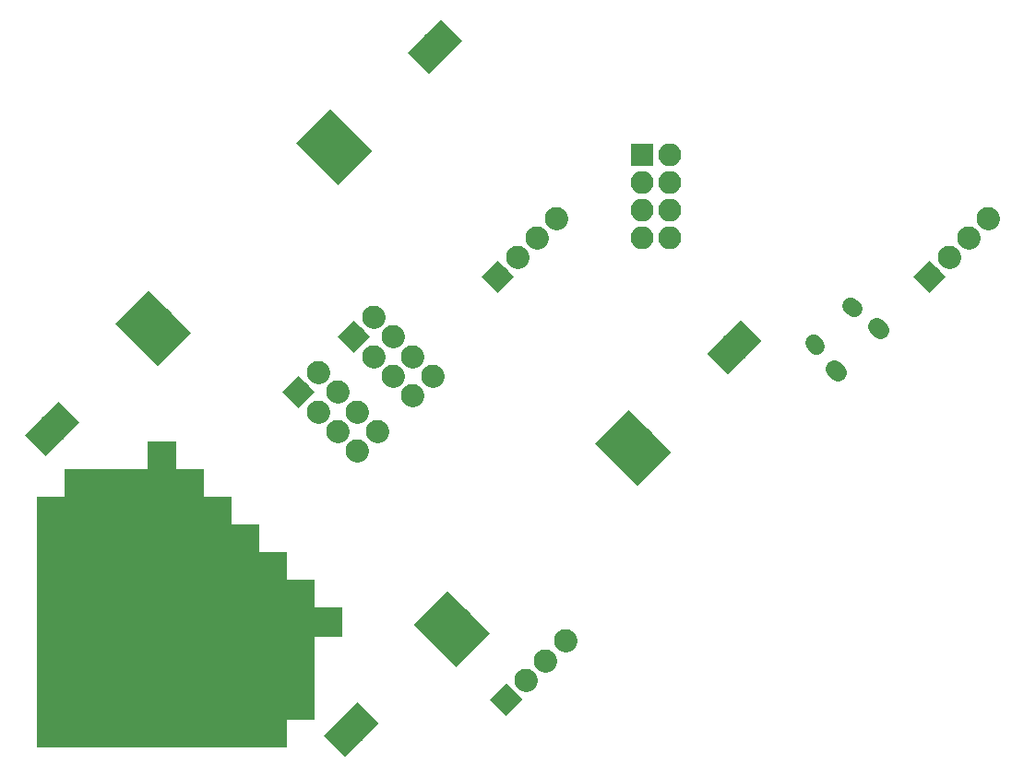
<source format=gbs>
G04 #@! TF.GenerationSoftware,KiCad,Pcbnew,(2017-07-14 revision d3b382c)-master*
G04 #@! TF.CreationDate,2017-07-30T20:26:54+02:00*
G04 #@! TF.ProjectId,Bornhack Make Tradition Badge,426F726E6861636B204D616B65205472,rev?*
G04 #@! TF.SameCoordinates,Original
G04 #@! TF.FileFunction,Soldermask,Bot*
G04 #@! TF.FilePolarity,Negative*
%FSLAX46Y46*%
G04 Gerber Fmt 4.6, Leading zero omitted, Abs format (unit mm)*
G04 Created by KiCad (PCBNEW (2017-07-14 revision d3b382c)-master) date Sunday, July 30, 2017 'PMt' 08:26:54 PM*
%MOMM*%
%LPD*%
G01*
G04 APERTURE LIST*
%ADD10C,1.600000*%
%ADD11C,1.600000*%
%ADD12C,1.500000*%
%ADD13C,1.500000*%
%ADD14C,2.100000*%
%ADD15C,2.100000*%
%ADD16C,0.100000*%
%ADD17R,1.416000X2.686000*%
%ADD18R,2.100000X2.100000*%
%ADD19O,2.100000X2.100000*%
%ADD20C,4.360000*%
%ADD21C,2.740000*%
G04 APERTURE END LIST*
D10*
X132384803Y-106375197D03*
D11*
X132561580Y-106551974D02*
X132208026Y-106198420D01*
D10*
X128524000Y-110236000D03*
D11*
X128700777Y-110412777D02*
X128347223Y-110059223D01*
D12*
X130044279Y-104473080D03*
D13*
X130185700Y-104614501D02*
X129902858Y-104331659D01*
D12*
X126621883Y-107895476D03*
D13*
X126763304Y-108036897D02*
X126480462Y-107754055D01*
D14*
X102888052Y-96247948D03*
D15*
X102888052Y-96247948D02*
X102888052Y-96247948D01*
D14*
X101092000Y-98044000D03*
D15*
X101092000Y-98044000D02*
X101092000Y-98044000D01*
D14*
X99295949Y-99840051D03*
D15*
X99295949Y-99840051D02*
X99295949Y-99840051D01*
D14*
X97499898Y-101636102D03*
D16*
G36*
X98984822Y-101636102D02*
X97499898Y-103121026D01*
X96014974Y-101636102D01*
X97499898Y-100151178D01*
X98984822Y-101636102D01*
X98984822Y-101636102D01*
G37*
D17*
X82550000Y-133350000D03*
X81280000Y-133350000D03*
X66040000Y-118110000D03*
X67310000Y-118110000D03*
X80010000Y-140970000D03*
X80010000Y-138430000D03*
X80010000Y-135890000D03*
X80010000Y-133350000D03*
X80010000Y-130810000D03*
X77470000Y-128270000D03*
X74930000Y-125730000D03*
X72390000Y-123190000D03*
X69850000Y-120650000D03*
X68580000Y-120650000D03*
X67310000Y-120650000D03*
X66040000Y-120650000D03*
X64770000Y-120650000D03*
X63500000Y-120650000D03*
X62230000Y-120650000D03*
X60960000Y-120650000D03*
X59690000Y-120650000D03*
X58420000Y-120650000D03*
X71120000Y-123190000D03*
X69850000Y-123190000D03*
X68580000Y-123190000D03*
X67310000Y-123190000D03*
X66040000Y-123190000D03*
X64770000Y-123190000D03*
X63500000Y-123190000D03*
X62230000Y-123190000D03*
X60960000Y-123190000D03*
X59690000Y-123190000D03*
X58420000Y-123190000D03*
X57150000Y-123190000D03*
X55880000Y-123190000D03*
X55880000Y-125730000D03*
X57150000Y-125730000D03*
X58420000Y-125730000D03*
X59690000Y-125730000D03*
X60960000Y-125730000D03*
X62230000Y-125730000D03*
X63500000Y-125730000D03*
X64770000Y-125730000D03*
X66040000Y-125730000D03*
X68580000Y-125730000D03*
X67310000Y-125730000D03*
X69850000Y-125730000D03*
X71120000Y-125730000D03*
X72390000Y-125730000D03*
X73660000Y-125730000D03*
X76200000Y-128270000D03*
X74930000Y-128270000D03*
X73660000Y-128270000D03*
X72390000Y-128270000D03*
X71120000Y-128270000D03*
X69850000Y-128270000D03*
X68580000Y-128270000D03*
X67310000Y-128270000D03*
X66040000Y-128270000D03*
X64770000Y-128270000D03*
X63500000Y-128270000D03*
X62230000Y-128270000D03*
X60960000Y-128270000D03*
X59690000Y-128270000D03*
X58420000Y-128270000D03*
X57150000Y-128270000D03*
X55880000Y-128270000D03*
X55880000Y-130810000D03*
X57150000Y-130810000D03*
X59690000Y-130810000D03*
X58420000Y-130810000D03*
X60960000Y-130810000D03*
X62230000Y-130810000D03*
X63500000Y-130810000D03*
X64770000Y-130810000D03*
X66040000Y-130810000D03*
X67310000Y-130810000D03*
X68580000Y-130810000D03*
X69850000Y-130810000D03*
X71120000Y-130810000D03*
X72390000Y-130810000D03*
X73660000Y-130810000D03*
X74930000Y-130810000D03*
X76200000Y-130810000D03*
X77470000Y-130810000D03*
X78740000Y-130810000D03*
X78740000Y-133350000D03*
X77470000Y-133350000D03*
X76200000Y-133350000D03*
X74930000Y-133350000D03*
X73660000Y-133350000D03*
X72390000Y-133350000D03*
X71120000Y-133350000D03*
X69850000Y-133350000D03*
X68580000Y-133350000D03*
X67310000Y-133350000D03*
X66040000Y-133350000D03*
X64770000Y-133350000D03*
X63500000Y-133350000D03*
X62230000Y-133350000D03*
X60960000Y-133350000D03*
X59690000Y-133350000D03*
X58420000Y-133350000D03*
X57150000Y-133350000D03*
X55880000Y-133350000D03*
X55880000Y-135890000D03*
X57150000Y-135890000D03*
X58420000Y-135890000D03*
X59690000Y-135890000D03*
X60960000Y-135890000D03*
X62230000Y-135890000D03*
X63500000Y-135890000D03*
X64770000Y-135890000D03*
X66040000Y-135890000D03*
X67310000Y-135890000D03*
X68580000Y-135890000D03*
X69850000Y-135890000D03*
X71120000Y-135890000D03*
X72390000Y-135890000D03*
X73660000Y-135890000D03*
X74930000Y-135890000D03*
X76200000Y-135890000D03*
X77470000Y-135890000D03*
X78740000Y-135890000D03*
X78740000Y-138430000D03*
X77470000Y-138430000D03*
X76200000Y-138430000D03*
X74930000Y-138430000D03*
X73660000Y-138430000D03*
X71120000Y-138430000D03*
X72390000Y-138430000D03*
X69850000Y-138430000D03*
X68580000Y-138430000D03*
X67310000Y-138430000D03*
X66040000Y-138430000D03*
X64770000Y-138430000D03*
X63500000Y-138430000D03*
X62230000Y-138430000D03*
X60960000Y-138430000D03*
X59690000Y-138430000D03*
X58420000Y-138430000D03*
X57150000Y-138430000D03*
X55880000Y-138430000D03*
X63500000Y-140970000D03*
X64770000Y-140970000D03*
X66040000Y-140970000D03*
X67310000Y-140970000D03*
X68580000Y-140970000D03*
X69850000Y-140970000D03*
X71120000Y-140970000D03*
X72390000Y-140970000D03*
X73660000Y-140970000D03*
X74930000Y-140970000D03*
X76200000Y-140970000D03*
X77470000Y-140970000D03*
X78740000Y-140970000D03*
X77470000Y-143510000D03*
X76200000Y-143510000D03*
X74930000Y-143510000D03*
X73660000Y-143510000D03*
X72390000Y-143510000D03*
X71120000Y-143510000D03*
X69850000Y-143510000D03*
X68580000Y-143510000D03*
X67310000Y-143510000D03*
X66040000Y-143510000D03*
X64770000Y-143510000D03*
X63500000Y-143510000D03*
X55880000Y-140970000D03*
X57150000Y-140970000D03*
X58420000Y-140970000D03*
X59690000Y-140970000D03*
X60960000Y-140970000D03*
X62230000Y-140970000D03*
X62230000Y-143510000D03*
X60960000Y-143510000D03*
X59690000Y-143510000D03*
X58420000Y-143510000D03*
X57150000Y-143510000D03*
X55880000Y-143510000D03*
D14*
X91476103Y-110744000D03*
D15*
X91476103Y-110744000D02*
X91476103Y-110744000D01*
D14*
X89680052Y-112540052D03*
D15*
X89680052Y-112540052D02*
X89680052Y-112540052D01*
D14*
X89680052Y-108947949D03*
D15*
X89680052Y-108947949D02*
X89680052Y-108947949D01*
D14*
X87884000Y-110744000D03*
D15*
X87884000Y-110744000D02*
X87884000Y-110744000D01*
D14*
X87884000Y-107151898D03*
D15*
X87884000Y-107151898D02*
X87884000Y-107151898D01*
D14*
X86087949Y-108947949D03*
D15*
X86087949Y-108947949D02*
X86087949Y-108947949D01*
D14*
X86087949Y-105355847D03*
D15*
X86087949Y-105355847D02*
X86087949Y-105355847D01*
D14*
X84291898Y-107151898D03*
D16*
G36*
X84291898Y-108636822D02*
X82806974Y-107151898D01*
X84291898Y-105666974D01*
X85776822Y-107151898D01*
X84291898Y-108636822D01*
X84291898Y-108636822D01*
G37*
D14*
X86396103Y-115824000D03*
D15*
X86396103Y-115824000D02*
X86396103Y-115824000D01*
D14*
X84600052Y-117620052D03*
D15*
X84600052Y-117620052D02*
X84600052Y-117620052D01*
D14*
X84600052Y-114027949D03*
D15*
X84600052Y-114027949D02*
X84600052Y-114027949D01*
D14*
X82804000Y-115824000D03*
D15*
X82804000Y-115824000D02*
X82804000Y-115824000D01*
D14*
X82804000Y-112231898D03*
D15*
X82804000Y-112231898D02*
X82804000Y-112231898D01*
D14*
X81007949Y-114027949D03*
D15*
X81007949Y-114027949D02*
X81007949Y-114027949D01*
D14*
X81007949Y-110435847D03*
D15*
X81007949Y-110435847D02*
X81007949Y-110435847D01*
D14*
X79211898Y-112231898D03*
D16*
G36*
X79211898Y-113716822D02*
X77726974Y-112231898D01*
X79211898Y-110746974D01*
X80696822Y-112231898D01*
X79211898Y-113716822D01*
X79211898Y-113716822D01*
G37*
D18*
X110744000Y-90424000D03*
D19*
X113284000Y-90424000D03*
X110744000Y-92964000D03*
X113284000Y-92964000D03*
X110744000Y-95504000D03*
X113284000Y-95504000D03*
X110744000Y-98044000D03*
X113284000Y-98044000D03*
D14*
X137123898Y-101636102D03*
D16*
G36*
X138608822Y-101636102D02*
X137123898Y-103121026D01*
X135638974Y-101636102D01*
X137123898Y-100151178D01*
X138608822Y-101636102D01*
X138608822Y-101636102D01*
G37*
D14*
X138919949Y-99840051D03*
D15*
X138919949Y-99840051D02*
X138919949Y-99840051D01*
D14*
X140716000Y-98044000D03*
D15*
X140716000Y-98044000D02*
X140716000Y-98044000D01*
D14*
X142512052Y-96247948D03*
D15*
X142512052Y-96247948D02*
X142512052Y-96247948D01*
D14*
X103668103Y-135091897D03*
D15*
X103668103Y-135091897D02*
X103668103Y-135091897D01*
D14*
X101872051Y-136887949D03*
D15*
X101872051Y-136887949D02*
X101872051Y-136887949D01*
D14*
X100076000Y-138684000D03*
D15*
X100076000Y-138684000D02*
X100076000Y-138684000D01*
D14*
X98279949Y-140480051D03*
D16*
G36*
X99764873Y-140480051D02*
X98279949Y-141964975D01*
X96795025Y-140480051D01*
X98279949Y-138995127D01*
X99764873Y-140480051D01*
X99764873Y-140480051D01*
G37*
D20*
X93300000Y-134000000D03*
D16*
G36*
X96778965Y-134395980D02*
X93695980Y-137478965D01*
X89821035Y-133604020D01*
X92904020Y-130521035D01*
X96778965Y-134395980D01*
X96778965Y-134395980D01*
G37*
D20*
X109931152Y-117368848D03*
D16*
G36*
X113410117Y-117764828D02*
X110327132Y-120847813D01*
X106452187Y-116972868D01*
X109535172Y-113889883D01*
X113410117Y-117764828D01*
X113410117Y-117764828D01*
G37*
D21*
X84051044Y-143248956D03*
D16*
G36*
X86561273Y-142676200D02*
X83478288Y-145759185D01*
X81540815Y-143821712D01*
X84623800Y-140738727D01*
X86561273Y-142676200D01*
X86561273Y-142676200D01*
G37*
D21*
X119180108Y-108119892D03*
D16*
G36*
X121690337Y-107547136D02*
X118607352Y-110630121D01*
X116669879Y-108692648D01*
X119752864Y-105609663D01*
X121690337Y-107547136D01*
X121690337Y-107547136D01*
G37*
D21*
X91732532Y-80479468D03*
D16*
G36*
X94242761Y-79906712D02*
X91159776Y-82989697D01*
X89222303Y-81052224D01*
X92305288Y-77969239D01*
X94242761Y-79906712D01*
X94242761Y-79906712D01*
G37*
D21*
X56603468Y-115608532D03*
D16*
G36*
X59113697Y-115035776D02*
X56030712Y-118118761D01*
X54093239Y-116181288D01*
X57176224Y-113098303D01*
X59113697Y-115035776D01*
X59113697Y-115035776D01*
G37*
D20*
X82483576Y-89728424D03*
D16*
G36*
X85962541Y-90124404D02*
X82879556Y-93207389D01*
X79004611Y-89332444D01*
X82087596Y-86249459D01*
X85962541Y-90124404D01*
X85962541Y-90124404D01*
G37*
D20*
X65852424Y-106359576D03*
D16*
G36*
X69331389Y-106755556D02*
X66248404Y-109838541D01*
X62373459Y-105963596D01*
X65456444Y-102880611D01*
X69331389Y-106755556D01*
X69331389Y-106755556D01*
G37*
M02*

</source>
